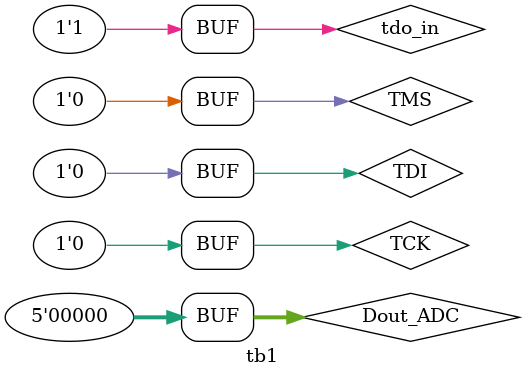
<source format=v>
`timescale 1ns / 1ps


module tb1;

	// Inputs
	reg [4:0] Dout_ADC;
	reg TCK;
	reg TMS;
	reg TDI;

	// Outputs
	wire Din_TP;
	wire Clk_TP;
	wire CS_TP_N;
	wire PD_TP_N;
	wire [4:0] Din_ADC;
	wire [4:0] Clk_ADC;
	wire [4:0] CS_ADC_N;
	wire [3:0] Din_DAC;
	wire [3:0] Clk_DAC;
	wire [3:0] CS_DAC_N;
	wire [3:0] RS_DAC_N;
	wire [41:0] Stand_By_N;
	wire [6:0] TP_Gr_En;
	wire [5:0] TP_Strp_En;
	wire TDO;
	wire [5:0] OpCode;
	wire [3:0] State;
	wire [7:0] Future;

	// Instantiate the Unit Under Test (UUT)
	Sl_Ctrl uut (
		.Din_TP(Din_TP), 
		.Clk_TP(Clk_TP), 
		.CS_TP_N(CS_TP_N), 
		.PD_TP_N(PD_TP_N), 
		.Din_ADC(Din_ADC), 
		.Dout_ADC(Dout_ADC), 
		.Clk_ADC(Clk_ADC), 
		.CS_ADC_N(CS_ADC_N), 
		.Din_DAC(Din_DAC), 
		.Clk_DAC(Clk_DAC), 
		.CS_DAC_N(CS_DAC_N), 
		.RS_DAC_N(RS_DAC_N), 
		.Stand_By_N(Stand_By_N), 
		.TP_Gr_En(TP_Gr_En), 
		.TP_Strp_En(TP_Strp_En), 
		.TCK(TCK), 
		.TMS(TMS), 
		.TDI(TDI), 
		.TDO(TDO), 
		.OpCode(OpCode), 
		.State(State), 
		.Future(Future)
	);
	reg tdo_in;
// Initialize Inputs
	initial begin
	Dout_ADC = 0;
	TCK = 0;
	TMS = 0;
	TDI = 0;

// Wait 100 ns for global reset to finish
	#100;
	#2;

//	Opcode=0x01
	#50 TCK=0; TMS=0; TDI=0;
	#50 TCK=0; TMS=1; TDI=0;
	#50 TCK=1; TMS=1; TDI=0;
	#0  tdo_in=1;
	#50 TCK=0; TMS=1; TDI=0;
	#50 TCK=1; TMS=1; TDI=0;
	#0  tdo_in=1;
	#50 TCK=0; TMS=1; TDI=0;
	#50 TCK=1; TMS=1; TDI=0;
	#0  tdo_in=1;
	#50 TCK=0; TMS=1; TDI=0;
	#50 TCK=1; TMS=1; TDI=0;
	#0  tdo_in=1;
	#50 TCK=0; TMS=1; TDI=0;
	#50 TCK=1; TMS=1; TDI=0;
	#0  tdo_in=1;
	#50 TCK=0; TMS=0; TDI=0;
	#50 TCK=1; TMS=0; TDI=0;
	#0  tdo_in=1;
	#50 TCK=0; TMS=0; TDI=0;
	#50 TCK=0; TMS=0; TDI=0;
	#50 TCK=0; TMS=1; TDI=0;
	#50 TCK=1; TMS=1; TDI=0;
	#0  tdo_in=1;
	#50 TCK=0; TMS=1; TDI=0;
	#50 TCK=1; TMS=1; TDI=0;
	#0  tdo_in=1;
	#50 TCK=0; TMS=0; TDI=0;
	#50 TCK=1; TMS=0; TDI=0;
	#0  tdo_in=1;
	#50 TCK=0; TMS=0; TDI=0;
	#50 TCK=1; TMS=0; TDI=0;
	#0  tdo_in=1;
	#50 TCK=0; TMS=0; TDI=1;
	#50 TCK=1; TMS=0; TDI=1;
	#0  tdo_in=1;
	#50 TCK=0; TMS=0; TDI=0;
	#50 TCK=1; TMS=0; TDI=0;
	#0  tdo_in=1;
	#50 TCK=0; TMS=0; TDI=0;
	#50 TCK=1; TMS=0; TDI=0;
	#0  tdo_in=1;
	#50 TCK=0; TMS=0; TDI=0;
	#50 TCK=1; TMS=0; TDI=0;
	#0  tdo_in=1;
	#50 TCK=0; TMS=0; TDI=0;
	#50 TCK=1; TMS=0; TDI=0;
	#0  tdo_in=1;
	#50 TCK=0; TMS=1; TDI=0;
	#50 TCK=1; TMS=1; TDI=0;
	#0  tdo_in=1;
	#50 TCK=0; TMS=1; TDI=0;
	#50 TCK=1; TMS=1; TDI=0;
	#0  tdo_in=1;
	#50 TCK=0; TMS=0; TDI=0;
	#50 TCK=1; TMS=0; TDI=0;
	#0  tdo_in=1;
	#50 TCK=0; TMS=0; TDI=0;
	#50 TCK=0; TMS=0; TDI=0;
	#50 TCK=0; TMS=1; TDI=0;
	#50 TCK=1; TMS=1; TDI=0;
	#0  tdo_in=1;
	#50 TCK=0; TMS=0; TDI=0;
	#50 TCK=1; TMS=0; TDI=0;
	#0  tdo_in=1;
	#50 TCK=0; TMS=0; TDI=0;
	#50 TCK=1; TMS=0; TDI=0;
	#0  tdo_in=1;
	#50 TCK=0; TMS=1; TDI=1;
	#50 TCK=1; TMS=1; TDI=1;
	#0  tdo_in=1;
	#50 TCK=0; TMS=1; TDI=0;
	#50 TCK=1; TMS=1; TDI=0;
	#0  tdo_in=1;
	#50 TCK=0; TMS=0; TDI=0;
	#50 TCK=1; TMS=0; TDI=0;
	#0  tdo_in=1;
	#50 TCK=0; TMS=0; TDI=0;
	#50 TCK=0; TMS=0; TDI=0;
	#50 TCK=0; TMS=1; TDI=0;
	#50 TCK=1; TMS=1; TDI=0;
	#0  tdo_in=1;
	#50 TCK=0; TMS=1; TDI=0;
	#50 TCK=1; TMS=1; TDI=0;
	#0  tdo_in=1;
	#50 TCK=0; TMS=0; TDI=0;
	#50 TCK=1; TMS=0; TDI=0;
	#0  tdo_in=1;
	#50 TCK=0; TMS=0; TDI=0;
	#50 TCK=1; TMS=0; TDI=0;
	#0  tdo_in=1;
	#50 TCK=0; TMS=0; TDI=1;
	#50 TCK=1; TMS=0; TDI=1;
	#0  tdo_in=1;
	#50 TCK=0; TMS=0; TDI=0;
	#50 TCK=1; TMS=0; TDI=0;
	#0  tdo_in=1;
	#50 TCK=0; TMS=0; TDI=0;
	#50 TCK=1; TMS=0; TDI=0;
	#0  tdo_in=1;
	#50 TCK=0; TMS=0; TDI=0;
	#50 TCK=1; TMS=0; TDI=0;
	#0  tdo_in=1;
	#50 TCK=0; TMS=0; TDI=0;
	#50 TCK=1; TMS=0; TDI=0;
	#0  tdo_in=1;
	#50 TCK=0; TMS=1; TDI=0;
	#50 TCK=1; TMS=1; TDI=0;
	#0  tdo_in=1;
	#50 TCK=0; TMS=1; TDI=0;
	#50 TCK=1; TMS=1; TDI=0;
	#0  tdo_in=1;
	#50 TCK=0; TMS=0; TDI=0;
	#50 TCK=1; TMS=0; TDI=0;
	#0  tdo_in=1;
	#50 TCK=0; TMS=0; TDI=0;
	#50 TCK=0; TMS=0; TDI=0;
	#50 TCK=0; TMS=1; TDI=0;
	#50 TCK=1; TMS=1; TDI=0;
	#0  tdo_in=1;
	#50 TCK=0; TMS=0; TDI=0;
	#50 TCK=1; TMS=0; TDI=0;
	#0  tdo_in=1;
	#50 TCK=0; TMS=0; TDI=0;
	#50 TCK=1; TMS=0; TDI=0;
	#0  tdo_in=1;
	#50 TCK=0; TMS=1; TDI=0;
	#50 TCK=1; TMS=1; TDI=0;
	#0  tdo_in=1;
	#50 TCK=0; TMS=1; TDI=0;
	#50 TCK=1; TMS=1; TDI=0;
	#0  tdo_in=1;
	#50 TCK=0; TMS=0; TDI=0;
	#50 TCK=1; TMS=0; TDI=0;
	#0  tdo_in=1;
	#50 TCK=0; TMS=0; TDI=0;


	end
      
endmodule


</source>
